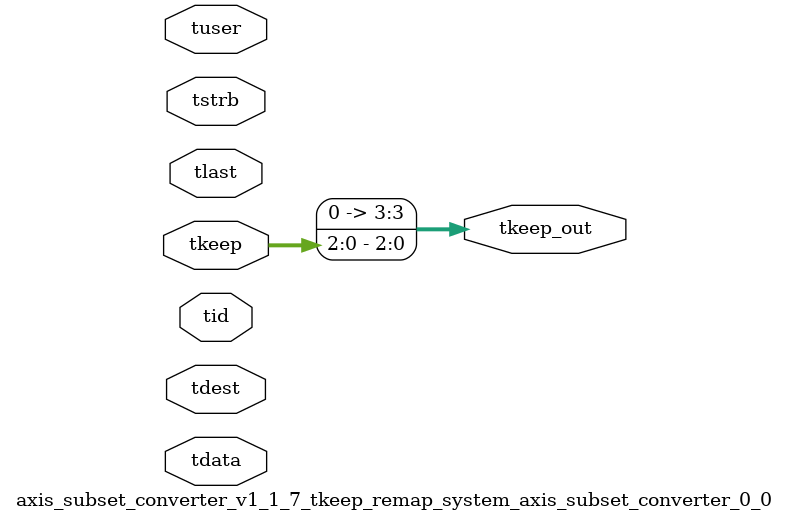
<source format=v>


`timescale 1ps/1ps

module axis_subset_converter_v1_1_7_tkeep_remap_system_axis_subset_converter_0_0 #
(
parameter C_S_AXIS_TDATA_WIDTH = 32,
parameter C_S_AXIS_TUSER_WIDTH = 0,
parameter C_S_AXIS_TID_WIDTH   = 0,
parameter C_S_AXIS_TDEST_WIDTH = 0,
parameter C_M_AXIS_TDATA_WIDTH = 32
)
(
input  [(C_S_AXIS_TDATA_WIDTH == 0 ? 1 : C_S_AXIS_TDATA_WIDTH)-1:0     ] tdata,
input  [(C_S_AXIS_TUSER_WIDTH == 0 ? 1 : C_S_AXIS_TUSER_WIDTH)-1:0     ] tuser,
input  [(C_S_AXIS_TID_WIDTH   == 0 ? 1 : C_S_AXIS_TID_WIDTH)-1:0       ] tid,
input  [(C_S_AXIS_TDEST_WIDTH == 0 ? 1 : C_S_AXIS_TDEST_WIDTH)-1:0     ] tdest,
input  [(C_S_AXIS_TDATA_WIDTH/8)-1:0 ] tkeep,
input  [(C_S_AXIS_TDATA_WIDTH/8)-1:0 ] tstrb,
input                                                                    tlast,
output [(C_M_AXIS_TDATA_WIDTH/8)-1:0 ] tkeep_out
);

assign tkeep_out = {tkeep[2:0]};

endmodule


</source>
